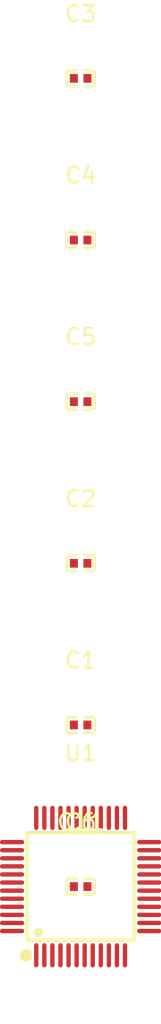
<source format=kicad_pcb>
(kicad_pcb (version 20241229) (generator "atopile") (generator_version "0.12.4")
  (layers (0 "F.Cu" signal) (31 "B.Cu" signal) (34 "B.Paste" user) (35 "F.Paste" user) (36 "B.SilkS" user "B.Silkscreen") (37 "F.SilkS" user "F.Silkscreen") (38 "B.Mask" user) (39 "F.Mask" user) (44 "Edge.Cuts" user))
  (net 1 "lv")
  (net 3 "vbat-hv")
  (net 4 "PA0_WKUP")
  (net 5 "11")
  (net 8 "usart2-TX")
  (net 9 "usart2-RX")
  (net 10 "14")
  (net 11 "SCLK")
  (net 12 "MISO")
  (net 13 "MOSI")
  (net 15 "18")
  (net 17 "19")
  (net 19 "PC13_TAMPER_RTC")
  (net 20 "20")
  (net 21 "SCL")
  (net 22 "SDA")
  (net 23 "25")
  (net 25 "spi[1]-SCLK")
  (net 26 "spi[1]-MISO")
  (net 29 "spi[1]-MOSI")
  (net 32 "29")
  (net 33 "XIN")
  (net 34 "TX")
  (net 38 "RX")
  (net 39 "DATA_N")
  (net 40 "DATA_P")
  (net 41 "DIO")
  (net 42 "CLK")
  (net 43 "38")
  (net 44 "config_pins[3]")
  (net 45 "XOUT")
  (net 46 "config_pins[4]")
  (net 47 "config_pins[5]")
  (net 48 "i2c[0]-SCL")
  (net 49 "i2c[0]-SDA")
  (net 50 "44")
  (net 51 "config_pins[2]")
  (net 52 "gpio_b[9]-config_pins[3]")
  (net 53 "hv")
  (net 55 "hse-XIN")
  (net 56 "hse-XOUT")
  (net 57 "NRST")
  (footprint "STMicroelectronics_STM32F103C8T6:LQFP-48_L7.0-W7.0-P0.50-LS9.0-BL" (layer "F.Cu") (at 0 0 0)
    (property "Reference" "U1" (at 0 -8.25) (layer "F.SilkS"))
    (property "Value" "")
    (fp_line (start -2.89 -3.34) (end 3.31 -3.34) (stroke (width 0.2)) (layer "F.SilkS") (layers "F.SilkS"))
    (fp_line (start 3.31 -3.34) (end 3.31 3.31) (stroke (width 0.2)) (layer "F.SilkS") (layers "F.SilkS"))
    (fp_line (start 3.31 3.31) (end -3.32 3.31) (stroke (width 0.2)) (layer "F.SilkS") (layers "F.SilkS"))
    (fp_line (start -3.32 3.31) (end -3.32 -3.34) (stroke (width 0.2)) (layer "F.SilkS") (layers "F.SilkS"))
    (fp_line (start -3.32 -3.34) (end -2.56 -3.34) (stroke (width 0.2)) (layer "F.SilkS") (layers "F.SilkS"))
    (fp_arc (start -3.38 4.06) (mid -3.3949883 4.4601877) (end -3.3900265 4.0597502) (stroke (width 0.4)) (layer "F.SilkS"))
    (fp_circle (center -2.62 2.83) (end -2.45 2.83) (stroke (width 0.25)) (layer "F.SilkS"))
    (pad "1" smd oval (at -2.75 4.25 0) (size 0.27 1.5) (layers "F.Cu" "F.Paste" "F.Mask") (net 3 "vbat-hv"))
    (pad "2" smd oval (at -2.25 4.25 0) (size 0.27 1.5) (layers "F.Cu" "F.Paste" "F.Mask") (net 19 "PC13_TAMPER_RTC"))
    (pad "3" smd oval (at -1.75 4.25 0) (size 0.27 1.5) (layers "F.Cu" "F.Paste" "F.Mask") (net 33 "XIN"))
    (pad "4" smd oval (at -1.25 4.25 0) (size 0.27 1.5) (layers "F.Cu" "F.Paste" "F.Mask") (net 45 "XOUT"))
    (pad "5" smd oval (at -0.75 4.25 0) (size 0.27 1.5) (layers "F.Cu" "F.Paste" "F.Mask") (net 55 "hse-XIN"))
    (pad "6" smd oval (at -0.25 4.25 0) (size 0.27 1.5) (layers "F.Cu" "F.Paste" "F.Mask") (net 56 "hse-XOUT"))
    (pad "7" smd oval (at 0.25 4.25 0) (size 0.27 1.5) (layers "F.Cu" "F.Paste" "F.Mask") (net 57 "NRST"))
    (pad "8" smd oval (at 0.75 4.25 0) (size 0.27 1.5) (layers "F.Cu" "F.Paste" "F.Mask") (net 1 "lv"))
    (pad "9" smd oval (at 1.25 4.25 0) (size 0.27 1.5) (layers "F.Cu" "F.Paste" "F.Mask") (net 53 "hv"))
    (pad "10" smd oval (at 1.75 4.25 0) (size 0.27 1.5) (layers "F.Cu" "F.Paste" "F.Mask") (net 4 "PA0_WKUP"))
    (pad "11" smd oval (at 2.25 4.25 0) (size 0.27 1.5) (layers "F.Cu" "F.Paste" "F.Mask") (net 5 "11"))
    (pad "12" smd oval (at 2.75 4.25 0) (size 0.27 1.5) (layers "F.Cu" "F.Paste" "F.Mask") (net 8 "usart2-TX"))
    (pad "13" smd oval (at 4.25 2.75 0) (size 1.5 0.27) (layers "F.Cu" "F.Paste" "F.Mask") (net 9 "usart2-RX"))
    (pad "14" smd oval (at 4.25 2.25 0) (size 1.5 0.27) (layers "F.Cu" "F.Paste" "F.Mask") (net 10 "14"))
    (pad "15" smd oval (at 4.25 1.75 0) (size 1.5 0.27) (layers "F.Cu" "F.Paste" "F.Mask") (net 11 "SCLK"))
    (pad "16" smd oval (at 4.25 1.25 0) (size 1.5 0.27) (layers "F.Cu" "F.Paste" "F.Mask") (net 12 "MISO"))
    (pad "17" smd oval (at 4.25 0.75 0) (size 1.5 0.27) (layers "F.Cu" "F.Paste" "F.Mask") (net 13 "MOSI"))
    (pad "18" smd oval (at 4.25 0.25 0) (size 1.5 0.27) (layers "F.Cu" "F.Paste" "F.Mask") (net 15 "18"))
    (pad "19" smd oval (at 4.25 -0.25 0) (size 1.5 0.27) (layers "F.Cu" "F.Paste" "F.Mask") (net 17 "19"))
    (pad "20" smd oval (at 4.25 -0.75 0) (size 1.5 0.27) (layers "F.Cu" "F.Paste" "F.Mask") (net 20 "20"))
    (pad "21" smd oval (at 4.25 -1.25 0) (size 1.5 0.27) (layers "F.Cu" "F.Paste" "F.Mask") (net 21 "SCL"))
    (pad "22" smd oval (at 4.25 -1.75 0) (size 1.5 0.27) (layers "F.Cu" "F.Paste" "F.Mask") (net 22 "SDA"))
    (pad "23" smd oval (at 4.25 -2.25 0) (size 1.5 0.27) (layers "F.Cu" "F.Paste" "F.Mask") (net 1 "lv"))
    (pad "24" smd oval (at 4.25 -2.75 0) (size 1.5 0.27) (layers "F.Cu" "F.Paste" "F.Mask") (net 53 "hv"))
    (pad "25" smd oval (at 2.75 -4.25 0) (size 0.27 1.5) (layers "F.Cu" "F.Paste" "F.Mask") (net 23 "25"))
    (pad "26" smd oval (at 2.25 -4.25 0) (size 0.27 1.5) (layers "F.Cu" "F.Paste" "F.Mask") (net 25 "spi[1]-SCLK"))
    (pad "27" smd oval (at 1.75 -4.25 0) (size 0.27 1.5) (layers "F.Cu" "F.Paste" "F.Mask") (net 26 "spi[1]-MISO"))
    (pad "28" smd oval (at 1.25 -4.25 0) (size 0.27 1.5) (layers "F.Cu" "F.Paste" "F.Mask") (net 29 "spi[1]-MOSI"))
    (pad "29" smd oval (at 0.75 -4.25 0) (size 0.27 1.5) (layers "F.Cu" "F.Paste" "F.Mask") (net 32 "29"))
    (pad "30" smd oval (at 0.25 -4.25 0) (size 0.27 1.5) (layers "F.Cu" "F.Paste" "F.Mask") (net 34 "TX"))
    (pad "31" smd oval (at -0.25 -4.25 0) (size 0.27 1.5) (layers "F.Cu" "F.Paste" "F.Mask") (net 38 "RX"))
    (pad "32" smd oval (at -0.75 -4.25 0) (size 0.27 1.5) (layers "F.Cu" "F.Paste" "F.Mask") (net 39 "DATA_N"))
    (pad "33" smd oval (at -1.25 -4.25 0) (size 0.27 1.5) (layers "F.Cu" "F.Paste" "F.Mask") (net 40 "DATA_P"))
    (pad "34" smd oval (at -1.75 -4.25 0) (size 0.27 1.5) (layers "F.Cu" "F.Paste" "F.Mask") (net 41 "DIO"))
    (pad "35" smd oval (at -2.25 -4.25 0) (size 0.27 1.5) (layers "F.Cu" "F.Paste" "F.Mask") (net 1 "lv"))
    (pad "36" smd oval (at -2.75 -4.25 0) (size 0.27 1.5) (layers "F.Cu" "F.Paste" "F.Mask") (net 53 "hv"))
    (pad "37" smd oval (at -4.25 -2.75 0) (size 1.5 0.27) (layers "F.Cu" "F.Paste" "F.Mask") (net 42 "CLK"))
    (pad "38" smd oval (at -4.25 -2.25 0) (size 1.5 0.27) (layers "F.Cu" "F.Paste" "F.Mask") (net 43 "38"))
    (pad "39" smd oval (at -4.25 -1.75 0) (size 1.5 0.27) (layers "F.Cu" "F.Paste" "F.Mask") (net 44 "config_pins[3]"))
    (pad "40" smd oval (at -4.25 -1.25 0) (size 1.5 0.27) (layers "F.Cu" "F.Paste" "F.Mask") (net 46 "config_pins[4]"))
    (pad "41" smd oval (at -4.25 -0.75 0) (size 1.5 0.27) (layers "F.Cu" "F.Paste" "F.Mask") (net 47 "config_pins[5]"))
    (pad "42" smd oval (at -4.25 -0.25 0) (size 1.5 0.27) (layers "F.Cu" "F.Paste" "F.Mask") (net 48 "i2c[0]-SCL"))
    (pad "43" smd oval (at -4.25 0.25 0) (size 1.5 0.27) (layers "F.Cu" "F.Paste" "F.Mask") (net 49 "i2c[0]-SDA"))
    (pad "44" smd oval (at -4.25 0.75 0) (size 1.5 0.27) (layers "F.Cu" "F.Paste" "F.Mask") (net 50 "44"))
    (pad "45" smd oval (at -4.25 1.25 0) (size 1.5 0.27) (layers "F.Cu" "F.Paste" "F.Mask") (net 51 "config_pins[2]"))
    (pad "46" smd oval (at -4.25 1.75 0) (size 1.5 0.27) (layers "F.Cu" "F.Paste" "F.Mask") (net 52 "gpio_b[9]-config_pins[3]"))
    (pad "47" smd oval (at -4.25 2.25 0) (size 1.5 0.27) (layers "F.Cu" "F.Paste" "F.Mask") (net 1 "lv"))
    (pad "48" smd oval (at -4.25 2.75 0) (size 1.5 0.27) (layers "F.Cu" "F.Paste" "F.Mask") (net 53 "hv"))
  )
  (footprint "Samsung_Electro_Mechanics_CL05B104KO5NNNC:C0402" (layer "F.Cu") (at 0 0 0)
    (property "Reference" "C6" (at 0 -4) (layer "F.SilkS"))
    (property "Value" "0F")
    (fp_line (start -0.72 -0.5) (end -0.22 -0.5) (stroke (width 0.15)) (layer "F.SilkS") (layers "F.SilkS"))
    (fp_line (start -0.87 0.35) (end -0.87 -0.35) (stroke (width 0.15)) (layer "F.SilkS") (layers "F.SilkS"))
    (fp_line (start -0.22 0.5) (end -0.72 0.5) (stroke (width 0.15)) (layer "F.SilkS") (layers "F.SilkS"))
    (fp_line (start 0.72 0.5) (end 0.22 0.5) (stroke (width 0.15)) (layer "F.SilkS") (layers "F.SilkS"))
    (fp_line (start 0.22 -0.5) (end 0.72 -0.5) (stroke (width 0.15)) (layer "F.SilkS") (layers "F.SilkS"))
    (fp_line (start 0.87 -0.35) (end 0.87 0.35) (stroke (width 0.15)) (layer "F.SilkS") (layers "F.SilkS"))
    (fp_arc (start 0.87 -0.35) (mid 0.826066 -0.456066) (end 0.72 -0.5) (stroke (width 0.15)) (layer "F.SilkS"))
    (fp_arc (start 0.72 0.5) (mid 0.826066 0.456066) (end 0.87 0.35) (stroke (width 0.15)) (layer "F.SilkS"))
    (fp_arc (start -0.87 0.35) (mid -0.826066 0.456066) (end -0.72 0.5) (stroke (width 0.15)) (layer "F.SilkS"))
    (fp_arc (start -0.72 -0.5) (mid -0.826066 -0.456066) (end -0.87 -0.35) (stroke (width 0.15)) (layer "F.SilkS"))
    (pad "2" smd rect (at 0.42 0 0) (size 0.5 0.54) (layers "F.Cu" "F.Paste" "F.Mask") (net 1 "lv"))
    (pad "1" smd rect (at -0.42 0 0) (size 0.5 0.54) (layers "F.Cu" "F.Paste" "F.Mask") (net 53 "hv"))
  )
  (footprint "Samsung_Electro_Mechanics_CL05B104KO5NNNC:C0402" (layer "F.Cu") (at 0 -20 0)
    (property "Reference" "C2" (at 0 -4) (layer "F.SilkS"))
    (property "Value" "0F")
    (fp_line (start -0.72 -0.5) (end -0.22 -0.5) (stroke (width 0.15)) (layer "F.SilkS") (layers "F.SilkS"))
    (fp_line (start -0.87 0.35) (end -0.87 -0.35) (stroke (width 0.15)) (layer "F.SilkS") (layers "F.SilkS"))
    (fp_line (start -0.22 0.5) (end -0.72 0.5) (stroke (width 0.15)) (layer "F.SilkS") (layers "F.SilkS"))
    (fp_line (start 0.72 0.5) (end 0.22 0.5) (stroke (width 0.15)) (layer "F.SilkS") (layers "F.SilkS"))
    (fp_line (start 0.22 -0.5) (end 0.72 -0.5) (stroke (width 0.15)) (layer "F.SilkS") (layers "F.SilkS"))
    (fp_line (start 0.87 -0.35) (end 0.87 0.35) (stroke (width 0.15)) (layer "F.SilkS") (layers "F.SilkS"))
    (fp_arc (start 0.87 -0.35) (mid 0.826066 -0.456066) (end 0.72 -0.5) (stroke (width 0.15)) (layer "F.SilkS"))
    (fp_arc (start 0.72 0.5) (mid 0.826066 0.456066) (end 0.87 0.35) (stroke (width 0.15)) (layer "F.SilkS"))
    (fp_arc (start -0.87 0.35) (mid -0.826066 0.456066) (end -0.72 0.5) (stroke (width 0.15)) (layer "F.SilkS"))
    (fp_arc (start -0.72 -0.5) (mid -0.826066 -0.456066) (end -0.87 -0.35) (stroke (width 0.15)) (layer "F.SilkS"))
    (pad "2" smd rect (at 0.42 0 0) (size 0.5 0.54) (layers "F.Cu" "F.Paste" "F.Mask") (net 1 "lv"))
    (pad "1" smd rect (at -0.42 0 0) (size 0.5 0.54) (layers "F.Cu" "F.Paste" "F.Mask") (net 53 "hv"))
  )
  (footprint "Samsung_Electro_Mechanics_CL05A105KA5NQNC:C0402" (layer "F.Cu") (at 0 -30 0)
    (property "Reference" "C5" (at 0 -4) (layer "F.SilkS"))
    (property "Value" "0F")
    (fp_line (start -0.72 -0.5) (end -0.22 -0.5) (stroke (width 0.15)) (layer "F.SilkS") (layers "F.SilkS"))
    (fp_line (start -0.87 0.35) (end -0.87 -0.35) (stroke (width 0.15)) (layer "F.SilkS") (layers "F.SilkS"))
    (fp_line (start -0.22 0.5) (end -0.72 0.5) (stroke (width 0.15)) (layer "F.SilkS") (layers "F.SilkS"))
    (fp_line (start 0.72 0.5) (end 0.22 0.5) (stroke (width 0.15)) (layer "F.SilkS") (layers "F.SilkS"))
    (fp_line (start 0.22 -0.5) (end 0.72 -0.5) (stroke (width 0.15)) (layer "F.SilkS") (layers "F.SilkS"))
    (fp_line (start 0.87 -0.35) (end 0.87 0.35) (stroke (width 0.15)) (layer "F.SilkS") (layers "F.SilkS"))
    (fp_arc (start 0.87 -0.35) (mid 0.826066 -0.456066) (end 0.72 -0.5) (stroke (width 0.15)) (layer "F.SilkS"))
    (fp_arc (start 0.72 0.5) (mid 0.826066 0.456066) (end 0.87 0.35) (stroke (width 0.15)) (layer "F.SilkS"))
    (fp_arc (start -0.87 0.35) (mid -0.826066 0.456066) (end -0.72 0.5) (stroke (width 0.15)) (layer "F.SilkS"))
    (fp_arc (start -0.72 -0.5) (mid -0.826066 -0.456066) (end -0.87 -0.35) (stroke (width 0.15)) (layer "F.SilkS"))
    (pad "2" smd rect (at 0.42 0 0) (size 0.5 0.54) (layers "F.Cu" "F.Paste" "F.Mask") (net 1 "lv"))
    (pad "1" smd rect (at -0.42 0 0) (size 0.5 0.54) (layers "F.Cu" "F.Paste" "F.Mask") (net 53 "hv"))
  )
  (footprint "Samsung_Electro_Mechanics_CL05B104KO5NNNC:C0402" (layer "F.Cu") (at 0 -50 0)
    (property "Reference" "C3" (at 0 -4) (layer "F.SilkS"))
    (property "Value" "0F")
    (fp_line (start -0.72 -0.5) (end -0.22 -0.5) (stroke (width 0.15)) (layer "F.SilkS") (layers "F.SilkS"))
    (fp_line (start -0.87 0.35) (end -0.87 -0.35) (stroke (width 0.15)) (layer "F.SilkS") (layers "F.SilkS"))
    (fp_line (start -0.22 0.5) (end -0.72 0.5) (stroke (width 0.15)) (layer "F.SilkS") (layers "F.SilkS"))
    (fp_line (start 0.72 0.5) (end 0.22 0.5) (stroke (width 0.15)) (layer "F.SilkS") (layers "F.SilkS"))
    (fp_line (start 0.22 -0.5) (end 0.72 -0.5) (stroke (width 0.15)) (layer "F.SilkS") (layers "F.SilkS"))
    (fp_line (start 0.87 -0.35) (end 0.87 0.35) (stroke (width 0.15)) (layer "F.SilkS") (layers "F.SilkS"))
    (fp_arc (start 0.87 -0.35) (mid 0.826066 -0.456066) (end 0.72 -0.5) (stroke (width 0.15)) (layer "F.SilkS"))
    (fp_arc (start 0.72 0.5) (mid 0.826066 0.456066) (end 0.87 0.35) (stroke (width 0.15)) (layer "F.SilkS"))
    (fp_arc (start -0.87 0.35) (mid -0.826066 0.456066) (end -0.72 0.5) (stroke (width 0.15)) (layer "F.SilkS"))
    (fp_arc (start -0.72 -0.5) (mid -0.826066 -0.456066) (end -0.87 -0.35) (stroke (width 0.15)) (layer "F.SilkS"))
    (pad "2" smd rect (at 0.42 0 0) (size 0.5 0.54) (layers "F.Cu" "F.Paste" "F.Mask") (net 1 "lv"))
    (pad "1" smd rect (at -0.42 0 0) (size 0.5 0.54) (layers "F.Cu" "F.Paste" "F.Mask") (net 53 "hv"))
  )
  (footprint "Samsung_Electro_Mechanics_CL05A475MP5NRNC:C0402" (layer "F.Cu") (at 0 -10 0)
    (property "Reference" "C1" (at 0 -4) (layer "F.SilkS"))
    (property "Value" "0F")
    (fp_line (start -0.72 -0.5) (end -0.22 -0.5) (stroke (width 0.15)) (layer "F.SilkS") (layers "F.SilkS"))
    (fp_line (start -0.87 0.35) (end -0.87 -0.35) (stroke (width 0.15)) (layer "F.SilkS") (layers "F.SilkS"))
    (fp_line (start -0.22 0.5) (end -0.72 0.5) (stroke (width 0.15)) (layer "F.SilkS") (layers "F.SilkS"))
    (fp_line (start 0.72 0.5) (end 0.22 0.5) (stroke (width 0.15)) (layer "F.SilkS") (layers "F.SilkS"))
    (fp_line (start 0.22 -0.5) (end 0.72 -0.5) (stroke (width 0.15)) (layer "F.SilkS") (layers "F.SilkS"))
    (fp_line (start 0.87 -0.35) (end 0.87 0.35) (stroke (width 0.15)) (layer "F.SilkS") (layers "F.SilkS"))
    (fp_arc (start 0.87 -0.35) (mid 0.826066 -0.456066) (end 0.72 -0.5) (stroke (width 0.15)) (layer "F.SilkS"))
    (fp_arc (start 0.72 0.5) (mid 0.826066 0.456066) (end 0.87 0.35) (stroke (width 0.15)) (layer "F.SilkS"))
    (fp_arc (start -0.87 0.35) (mid -0.826066 0.456066) (end -0.72 0.5) (stroke (width 0.15)) (layer "F.SilkS"))
    (fp_arc (start -0.72 -0.5) (mid -0.826066 -0.456066) (end -0.87 -0.35) (stroke (width 0.15)) (layer "F.SilkS"))
    (pad "2" smd rect (at 0.42 0 0) (size 0.5 0.54) (layers "F.Cu" "F.Paste" "F.Mask") (net 1 "lv"))
    (pad "1" smd rect (at -0.42 0 0) (size 0.5 0.54) (layers "F.Cu" "F.Paste" "F.Mask") (net 53 "hv"))
  )
  (footprint "Samsung_Electro_Mechanics_CL05B104KO5NNNC:C0402" (layer "F.Cu") (at 0 -40 0)
    (property "Reference" "C4" (at 0 -4) (layer "F.SilkS"))
    (property "Value" "0F")
    (fp_line (start -0.72 -0.5) (end -0.22 -0.5) (stroke (width 0.15)) (layer "F.SilkS") (layers "F.SilkS"))
    (fp_line (start -0.87 0.35) (end -0.87 -0.35) (stroke (width 0.15)) (layer "F.SilkS") (layers "F.SilkS"))
    (fp_line (start -0.22 0.5) (end -0.72 0.5) (stroke (width 0.15)) (layer "F.SilkS") (layers "F.SilkS"))
    (fp_line (start 0.72 0.5) (end 0.22 0.5) (stroke (width 0.15)) (layer "F.SilkS") (layers "F.SilkS"))
    (fp_line (start 0.22 -0.5) (end 0.72 -0.5) (stroke (width 0.15)) (layer "F.SilkS") (layers "F.SilkS"))
    (fp_line (start 0.87 -0.35) (end 0.87 0.35) (stroke (width 0.15)) (layer "F.SilkS") (layers "F.SilkS"))
    (fp_arc (start 0.87 -0.35) (mid 0.826066 -0.456066) (end 0.72 -0.5) (stroke (width 0.15)) (layer "F.SilkS"))
    (fp_arc (start 0.72 0.5) (mid 0.826066 0.456066) (end 0.87 0.35) (stroke (width 0.15)) (layer "F.SilkS"))
    (fp_arc (start -0.87 0.35) (mid -0.826066 0.456066) (end -0.72 0.5) (stroke (width 0.15)) (layer "F.SilkS"))
    (fp_arc (start -0.72 -0.5) (mid -0.826066 -0.456066) (end -0.87 -0.35) (stroke (width 0.15)) (layer "F.SilkS"))
    (pad "2" smd rect (at 0.42 0 0) (size 0.5 0.54) (layers "F.Cu" "F.Paste" "F.Mask") (net 1 "lv"))
    (pad "1" smd rect (at -0.42 0 0) (size 0.5 0.54) (layers "F.Cu" "F.Paste" "F.Mask") (net 53 "hv"))
  )
  (footprint "Samsung_Electro_Mechanics_CL05B104KO5NNNC:C0402" (layer "F.Cu") (at 0 0 0)
    (property "Reference" "C11" (at 0 -4) (layer "F.SilkS"))
    (property "Value" "0F")
    (fp_line (start -0.72 -0.5) (end -0.22 -0.5) (stroke (width 0.15)) (layer "F.SilkS") (layers "F.SilkS"))
    (fp_line (start -0.87 0.35) (end -0.87 -0.35) (stroke (width 0.15)) (layer "F.SilkS") (layers "F.SilkS"))
    (fp_line (start -0.22 0.5) (end -0.72 0.5) (stroke (width 0.15)) (layer "F.SilkS") (layers "F.SilkS"))
    (fp_line (start 0.72 0.5) (end 0.22 0.5) (stroke (width 0.15)) (layer "F.SilkS") (layers "F.SilkS"))
    (fp_line (start 0.22 -0.5) (end 0.72 -0.5) (stroke (width 0.15)) (layer "F.SilkS") (layers "F.SilkS"))
    (fp_line (start 0.87 -0.35) (end 0.87 0.35) (stroke (width 0.15)) (layer "F.SilkS") (layers "F.SilkS"))
    (fp_arc (start 0.87 -0.35) (mid 0.826066 -0.456066) (end 0.72 -0.5) (stroke (width 0.15)) (layer "F.SilkS"))
    (fp_arc (start 0.72 0.5) (mid 0.826066 0.456066) (end 0.87 0.35) (stroke (width 0.15)) (layer "F.SilkS"))
    (fp_arc (start -0.87 0.35) (mid -0.826066 0.456066) (end -0.72 0.5) (stroke (width 0.15)) (layer "F.SilkS"))
    (fp_arc (start -0.72 -0.5) (mid -0.826066 -0.456066) (end -0.87 -0.35) (stroke (width 0.15)) (layer "F.SilkS"))
    (pad "2" smd rect (at 0.42 0 0) (size 0.5 0.54) (layers "F.Cu" "F.Paste" "F.Mask") (net 1 "lv"))
    (pad "1" smd rect (at -0.42 0 0) (size 0.5 0.54) (layers "F.Cu" "F.Paste" "F.Mask") (net 3 "vbat-hv"))
  )
)
</source>
